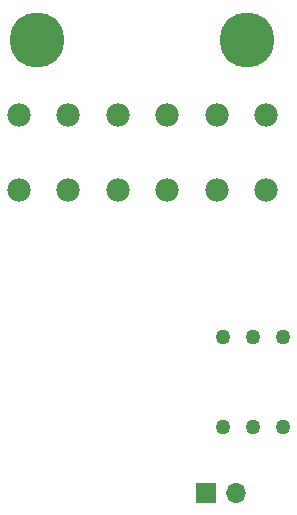
<source format=gbr>
%TF.GenerationSoftware,KiCad,Pcbnew,(6.0.8)*%
%TF.CreationDate,2023-03-20T22:14:44+01:00*%
%TF.ProjectId,BSPD-07,42535044-2d30-4372-9e6b-696361645f70,rev?*%
%TF.SameCoordinates,Original*%
%TF.FileFunction,Soldermask,Bot*%
%TF.FilePolarity,Negative*%
%FSLAX46Y46*%
G04 Gerber Fmt 4.6, Leading zero omitted, Abs format (unit mm)*
G04 Created by KiCad (PCBNEW (6.0.8)) date 2023-03-20 22:14:44*
%MOMM*%
%LPD*%
G01*
G04 APERTURE LIST*
%ADD10C,1.269000*%
%ADD11R,1.700000X1.700000*%
%ADD12O,1.700000X1.700000*%
%ADD13C,1.965000*%
%ADD14C,4.665000*%
G04 APERTURE END LIST*
D10*
%TO.C,RV1*%
X170786800Y-111277400D03*
X173326800Y-111277400D03*
X175866800Y-111277400D03*
%TD*%
%TO.C,RV2*%
X170786800Y-118897400D03*
X173326800Y-118897400D03*
X175866800Y-118897400D03*
%TD*%
D11*
%TO.C,JP1*%
X169364400Y-124485400D03*
D12*
X171904400Y-124485400D03*
%TD*%
D13*
%TO.C,J1*%
X174469800Y-98831400D03*
X170279800Y-98831400D03*
X166089800Y-98831400D03*
X161899800Y-98831400D03*
X157709800Y-98831400D03*
X153519800Y-98831400D03*
X153519800Y-92481400D03*
X157709800Y-92481400D03*
X161899800Y-92481400D03*
X166089800Y-92481400D03*
X170279800Y-92481400D03*
X174469800Y-92481400D03*
D14*
X172879800Y-86131400D03*
X155099800Y-86131400D03*
%TD*%
M02*

</source>
